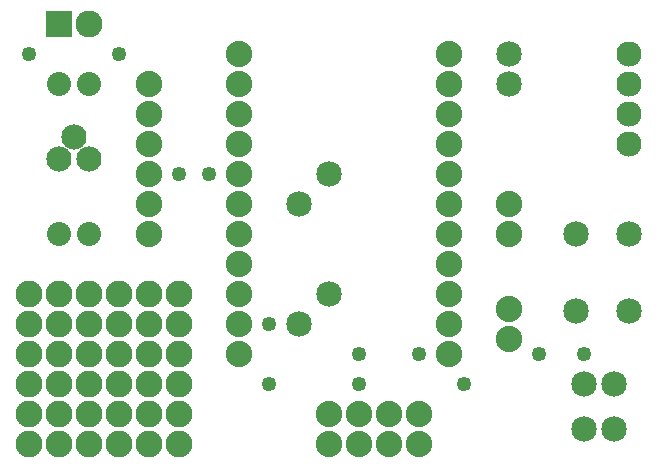
<source format=gbs>
G04 MADE WITH FRITZING*
G04 WWW.FRITZING.ORG*
G04 DOUBLE SIDED*
G04 HOLES PLATED*
G04 CONTOUR ON CENTER OF CONTOUR VECTOR*
%ASAXBY*%
%FSLAX23Y23*%
%MOIN*%
%OFA0B0*%
%SFA1.0B1.0*%
%ADD10C,0.049370*%
%ADD11C,0.089370*%
%ADD12C,0.088000*%
%ADD13C,0.085000*%
%ADD14C,0.080000*%
%ADD15C,0.090000*%
%ADD16C,0.083889*%
%ADD17C,0.084000*%
%ADD18R,0.090000X0.090000*%
%LNMASK0*%
G90*
G70*
G54D10*
X554Y1068D03*
X654Y1068D03*
G54D11*
X554Y268D03*
X454Y268D03*
X354Y268D03*
X254Y268D03*
X154Y268D03*
X54Y268D03*
X554Y368D03*
X454Y368D03*
X354Y368D03*
X254Y368D03*
X154Y368D03*
X54Y368D03*
X554Y468D03*
X454Y468D03*
X354Y468D03*
X254Y468D03*
X154Y468D03*
X54Y468D03*
X554Y568D03*
X454Y568D03*
X354Y568D03*
X254Y568D03*
X154Y568D03*
X54Y568D03*
X554Y668D03*
X454Y668D03*
X354Y668D03*
X254Y668D03*
X154Y668D03*
X54Y668D03*
X554Y168D03*
X454Y168D03*
X354Y168D03*
X254Y168D03*
X154Y168D03*
X54Y168D03*
G54D12*
X1354Y168D03*
X1254Y168D03*
X1154Y168D03*
X1054Y168D03*
X1354Y268D03*
X1254Y268D03*
X1154Y268D03*
X1054Y268D03*
G54D13*
X1054Y1068D03*
X1054Y668D03*
X954Y968D03*
X954Y568D03*
G54D10*
X1354Y468D03*
X1154Y468D03*
X854Y568D03*
X854Y368D03*
G54D14*
X154Y1368D03*
X254Y1368D03*
X154Y868D03*
X254Y868D03*
G54D15*
X154Y1568D03*
X254Y1568D03*
G54D16*
X2054Y1168D03*
X2054Y1268D03*
X2054Y1368D03*
X2054Y1468D03*
G54D17*
X254Y1118D03*
X204Y1193D03*
X154Y1118D03*
G54D12*
X1454Y1468D03*
X1454Y1368D03*
X1454Y1268D03*
X1454Y1168D03*
X1454Y1068D03*
X1454Y968D03*
X1454Y868D03*
X1454Y768D03*
X1454Y668D03*
X1454Y568D03*
X1454Y468D03*
X754Y1468D03*
X754Y1368D03*
X754Y1268D03*
X754Y1168D03*
X754Y1068D03*
X754Y968D03*
X754Y868D03*
X754Y768D03*
X754Y668D03*
X754Y568D03*
X754Y468D03*
X454Y1368D03*
X454Y1268D03*
X454Y1168D03*
X454Y1068D03*
X454Y968D03*
X454Y868D03*
X1654Y968D03*
X1654Y868D03*
G54D13*
X1654Y1368D03*
X1654Y1468D03*
X2054Y868D03*
X2054Y612D03*
X1877Y868D03*
X1877Y612D03*
G54D10*
X54Y1468D03*
X354Y1468D03*
G54D13*
X1904Y368D03*
X2004Y368D03*
X1904Y218D03*
X2004Y218D03*
G54D12*
X1654Y618D03*
X1654Y518D03*
G54D10*
X1504Y369D03*
X1155Y369D03*
X1754Y468D03*
X1904Y468D03*
G54D18*
X154Y1568D03*
G04 End of Mask0*
M02*
</source>
